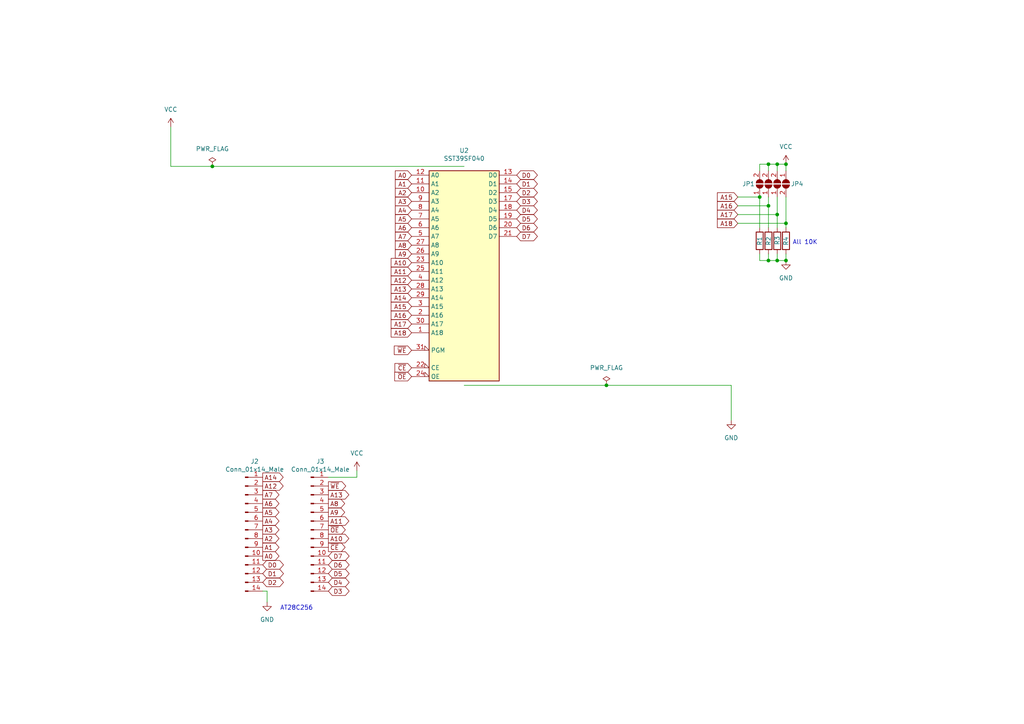
<source format=kicad_sch>
(kicad_sch (version 20230121) (generator eeschema)
  (paper "A4")
  (title_block (title "AT28C to SST Adapter") (date "2023-12-21") (rev "0") (company "The Really Old-School Company Ltd") (comment 1 "Copyright 2023; CERN OHL") (comment 2 "@roscopeco"))
  (lib_symbols
    (symbol "Device:R" (pin_numbers hide) (pin_names (offset 0))
      (property "Reference" "R" (at 2.032 0 90))
      (property "Value" "R" (at 0 0 90))
      (symbol "R_0_1"
        (rectangle (start -1.016 -2.54) (end 1.016 2.54) (stroke (width 0.254)))
      )
      (symbol "R_1_1"
        (pin passive line (at 0 3.81 270) (length 1.27) (name "~") (number "1"))
        (pin passive line (at 0 -3.81 90) (length 1.27) (name "~") (number "2"))
      )
    )
    (symbol "Jumper:SolderJumper_2_Open" (pin_names (offset 0) hide)
      (property "Reference" "JP" (at 0 2.032 0))
      (property "Value" "SolderJumper_2_Open" (at 0 -2.54 0))
      (symbol "SolderJumper_2_Open_0_1"
        (arc (start -0.254 1.016) (mid -1.2656 0) (end -0.254 -1.016))
        (arc (start -0.254 1.016) (mid -1.2656 0) (end -0.254 -1.016) (fill (type outline)))
        (polyline (pts (xy -0.254 1.016) (xy -0.254 -1.016)))
        (polyline (pts (xy 0.254 1.016) (xy 0.254 -1.016)))
        (arc (start 0.254 -1.016) (mid 1.2656 0) (end 0.254 1.016))
        (arc (start 0.254 -1.016) (mid 1.2656 0) (end 0.254 1.016) (fill (type outline)))
      )
      (symbol "SolderJumper_2_Open_1_1"
        (pin passive line (at -3.81 0 0) (length 2.54) (name "A") (number "1"))
        (pin passive line (at 3.81 0 180) (length 2.54) (name "B") (number "2"))
      )
    )
    (symbol "flash-rom-expansion-rescue:Conn_01x14_Male-Connector" (pin_names (offset 1.016) hide)
      (property "Reference" "J" (at 0 17.78 0))
      (property "Value" "Connector_Conn_01x14_Male" (at 0 -20.32 0))
      (symbol "Conn_01x14_Male-Connector_1_1"
        (polyline (pts (xy 1.27 -17.78) (xy 0.8636 -17.78)) (stroke (width 0.1524)))
        (polyline (pts (xy 1.27 -15.24) (xy 0.8636 -15.24)) (stroke (width 0.1524)))
        (polyline (pts (xy 1.27 -12.7) (xy 0.8636 -12.7)) (stroke (width 0.1524)))
        (polyline (pts (xy 1.27 -10.16) (xy 0.8636 -10.16)) (stroke (width 0.1524)))
        (polyline (pts (xy 1.27 -7.62) (xy 0.8636 -7.62)) (stroke (width 0.1524)))
        (polyline (pts (xy 1.27 -5.08) (xy 0.8636 -5.08)) (stroke (width 0.1524)))
        (polyline (pts (xy 1.27 -2.54) (xy 0.8636 -2.54)) (stroke (width 0.1524)))
        (polyline (pts (xy 1.27 0) (xy 0.8636 0)) (stroke (width 0.1524)))
        (polyline (pts (xy 1.27 2.54) (xy 0.8636 2.54)) (stroke (width 0.1524)))
        (polyline (pts (xy 1.27 5.08) (xy 0.8636 5.08)) (stroke (width 0.1524)))
        (polyline (pts (xy 1.27 7.62) (xy 0.8636 7.62)) (stroke (width 0.1524)))
        (polyline (pts (xy 1.27 10.16) (xy 0.8636 10.16)) (stroke (width 0.1524)))
        (polyline (pts (xy 1.27 12.7) (xy 0.8636 12.7)) (stroke (width 0.1524)))
        (polyline (pts (xy 1.27 15.24) (xy 0.8636 15.24)) (stroke (width 0.1524)))
        (rectangle (start 0.8636 -17.653) (end 0 -17.907) (stroke (width 0.1524)) (fill (type outline)))
        (rectangle (start 0.8636 -15.113) (end 0 -15.367) (stroke (width 0.1524)) (fill (type outline)))
        (rectangle (start 0.8636 -12.573) (end 0 -12.827) (stroke (width 0.1524)) (fill (type outline)))
        (rectangle (start 0.8636 -10.033) (end 0 -10.287) (stroke (width 0.1524)) (fill (type outline)))
        (rectangle (start 0.8636 -7.493) (end 0 -7.747) (stroke (width 0.1524)) (fill (type outline)))
        (rectangle (start 0.8636 -4.953) (end 0 -5.207) (stroke (width 0.1524)) (fill (type outline)))
        (rectangle (start 0.8636 -2.413) (end 0 -2.667) (stroke (width 0.1524)) (fill (type outline)))
        (rectangle (start 0.8636 0.127) (end 0 -0.127) (stroke (width 0.1524)) (fill (type outline)))
        (rectangle (start 0.8636 2.667) (end 0 2.413) (stroke (width 0.1524)) (fill (type outline)))
        (rectangle (start 0.8636 5.207) (end 0 4.953) (stroke (width 0.1524)) (fill (type outline)))
        (rectangle (start 0.8636 7.747) (end 0 7.493) (stroke (width 0.1524)) (fill (type outline)))
        (rectangle (start 0.8636 10.287) (end 0 10.033) (stroke (width 0.1524)) (fill (type outline)))
        (rectangle (start 0.8636 12.827) (end 0 12.573) (stroke (width 0.1524)) (fill (type outline)))
        (rectangle (start 0.8636 15.367) (end 0 15.113) (stroke (width 0.1524)) (fill (type outline)))
        (pin passive line (at 5.08 15.24 180) (length 3.81) (name "Pin_1") (number "1"))
        (pin passive line (at 5.08 -7.62 180) (length 3.81) (name "Pin_10") (number "10"))
        (pin passive line (at 5.08 -10.16 180) (length 3.81) (name "Pin_11") (number "11"))
        (pin passive line (at 5.08 -12.7 180) (length 3.81) (name "Pin_12") (number "12"))
        (pin passive line (at 5.08 -15.24 180) (length 3.81) (name "Pin_13") (number "13"))
        (pin passive line (at 5.08 -17.78 180) (length 3.81) (name "Pin_14") (number "14"))
        (pin passive line (at 5.08 12.7 180) (length 3.81) (name "Pin_2") (number "2"))
        (pin passive line (at 5.08 10.16 180) (length 3.81) (name "Pin_3") (number "3"))
        (pin passive line (at 5.08 7.62 180) (length 3.81) (name "Pin_4") (number "4"))
        (pin passive line (at 5.08 5.08 180) (length 3.81) (name "Pin_5") (number "5"))
        (pin passive line (at 5.08 2.54 180) (length 3.81) (name "Pin_6") (number "6"))
        (pin passive line (at 5.08 0 180) (length 3.81) (name "Pin_7") (number "7"))
        (pin passive line (at 5.08 -2.54 180) (length 3.81) (name "Pin_8") (number "8"))
        (pin passive line (at 5.08 -5.08 180) (length 3.81) (name "Pin_9") (number "9"))
      )
    )
    (symbol "flash-rom-expansion-rescue:SST39SF040-Memory_Flash"
      (property "Reference" "U" (at 2.54 33.02 0))
      (property "Value" "Memory_Flash_SST39SF040" (at 0 -30.48 0))
      (symbol "SST39SF040-Memory_Flash_0_0"
        (pin power_in line (at 0 -30.48 90) (length 1.27) hide (name "GND") (number "16"))
        (pin power_in line (at 0 33.02 270) (length 1.27) hide (name "VCC") (number "32"))
      )
      (symbol "SST39SF040-Memory_Flash_0_1"
        (rectangle (start -10.16 31.75) (end 10.16 -29.21) (stroke (width 0.254)) (fill (type background)))
      )
      (symbol "SST39SF040-Memory_Flash_1_1"
        (pin input line (at -15.24 -15.24 0) (length 5.08) (name "A18") (number "1"))
        (pin input line (at -15.24 25.4 0) (length 5.08) (name "A2") (number "10"))
        (pin input line (at -15.24 27.94 0) (length 5.08) (name "A1") (number "11"))
        (pin input line (at -15.24 30.48 0) (length 5.08) (name "A0") (number "12"))
        (pin tri_state line (at 15.24 30.48 180) (length 5.08) (name "D0") (number "13"))
        (pin tri_state line (at 15.24 27.94 180) (length 5.08) (name "D1") (number "14"))
        (pin tri_state line (at 15.24 25.4 180) (length 5.08) (name "D2") (number "15"))
        (pin tri_state line (at 15.24 22.86 180) (length 5.08) (name "D3") (number "17"))
        (pin tri_state line (at 15.24 20.32 180) (length 5.08) (name "D4") (number "18"))
        (pin tri_state line (at 15.24 17.78 180) (length 5.08) (name "D5") (number "19"))
        (pin input line (at -15.24 -10.16 0) (length 5.08) (name "A16") (number "2"))
        (pin tri_state line (at 15.24 15.24 180) (length 5.08) (name "D6") (number "20"))
        (pin tri_state line (at 15.24 12.7 180) (length 5.08) (name "D7") (number "21"))
        (pin input input_low (at -15.24 -25.4 0) (length 5.08) (name "CE") (number "22"))
        (pin input line (at -15.24 5.08 0) (length 5.08) (name "A10") (number "23"))
        (pin input input_low (at -15.24 -27.94 0) (length 5.08) (name "OE") (number "24"))
        (pin input line (at -15.24 2.54 0) (length 5.08) (name "A11") (number "25"))
        (pin input line (at -15.24 7.62 0) (length 5.08) (name "A9") (number "26"))
        (pin input line (at -15.24 10.16 0) (length 5.08) (name "A8") (number "27"))
        (pin input line (at -15.24 -2.54 0) (length 5.08) (name "A13") (number "28"))
        (pin input line (at -15.24 -5.08 0) (length 5.08) (name "A14") (number "29"))
        (pin input line (at -15.24 -7.62 0) (length 5.08) (name "A15") (number "3"))
        (pin input line (at -15.24 -12.7 0) (length 5.08) (name "A17") (number "30"))
        (pin input input_low (at -15.24 -20.32 0) (length 5.08) (name "PGM") (number "31"))
        (pin input line (at -15.24 0 0) (length 5.08) (name "A12") (number "4"))
        (pin input line (at -15.24 12.7 0) (length 5.08) (name "A7") (number "5"))
        (pin input line (at -15.24 15.24 0) (length 5.08) (name "A6") (number "6"))
        (pin input line (at -15.24 17.78 0) (length 5.08) (name "A5") (number "7"))
        (pin input line (at -15.24 20.32 0) (length 5.08) (name "A4") (number "8"))
        (pin input line (at -15.24 22.86 0) (length 5.08) (name "A3") (number "9"))
      )
    )
    (symbol "power:GND" (power) (pin_names (offset 0))
      (property "Value" "GND" (at 0 -3.81 0))
      (symbol "GND_0_1"
        (polyline (pts (xy 0 0) (xy 0 -1.27) (xy 1.27 -1.27) (xy 0 -2.54) (xy -1.27 -1.27) (xy 0 -1.27)))
      )
      (symbol "GND_1_1"
        (pin power_in line (at 0 0 270) (length 0) hide (name "GND") (number "1"))
      )
    )
    (symbol "power:PWR_FLAG" (power) (pin_numbers hide) (pin_names (offset 0) hide)
      (property "Value" "PWR_FLAG" (at 0 3.81 0))
      (symbol "PWR_FLAG_0_0"
        (pin power_out line (at 0 0 90) (length 0) (name "pwr") (number "1"))
      )
      (symbol "PWR_FLAG_0_1"
        (polyline (pts (xy 0 0) (xy 0 1.27) (xy -1.016 1.905) (xy 0 2.54) (xy 1.016 1.905) (xy 0 1.27)))
      )
    )
    (symbol "power:VCC" (power) (pin_names (offset 0))
      (property "Value" "VCC" (at 0 3.81 0))
      (symbol "VCC_0_1"
        (polyline (pts (xy -0.762 1.27) (xy 0 2.54)))
        (polyline (pts (xy 0 0) (xy 0 2.54)))
        (polyline (pts (xy 0 2.54) (xy 0.762 1.27)))
      )
      (symbol "VCC_1_1"
        (pin power_in line (at 0 0 90) (length 0) hide (name "VCC") (number "1"))
      )
    )
  )
  (junction (at 227.965 64.77))
  (junction (at 227.965 75.565))
  (junction (at 225.425 75.565))
  (junction (at 227.965 47.625))
  (junction (at 222.885 47.625))
  (junction (at 220.345 57.15))
  (junction (at 225.425 62.23))
  (junction (at 222.885 59.69))
  (junction (at 61.595 48.26))
  (junction (at 225.425 47.625))
  (junction (at 222.885 75.565))
  (junction (at 175.895 111.76))
  (wire (pts (xy 227.965 73.66) (xy 227.965 75.565)))
  (wire (pts (xy 77.47 171.45) (xy 77.47 174.625)))
  (wire (pts (xy 213.995 59.69) (xy 222.885 59.69)))
  (wire (pts (xy 213.995 57.15) (xy 220.345 57.15)))
  (wire (pts (xy 225.425 75.565) (xy 227.965 75.565)))
  (wire (pts (xy 222.885 57.15) (xy 222.885 59.69)))
  (wire (pts (xy 220.345 57.15) (xy 220.345 66.04)))
  (wire (pts (xy 175.895 111.76) (xy 212.09 111.76)))
  (wire (pts (xy 227.965 64.77) (xy 227.965 66.04)))
  (wire (pts (xy 222.885 75.565) (xy 225.425 75.565)))
  (wire (pts (xy 49.53 48.26) (xy 49.53 36.83)))
  (wire (pts (xy 103.505 138.43) (xy 103.505 136.525)))
  (wire (pts (xy 134.62 111.76) (xy 175.895 111.76)))
  (wire (pts (xy 49.53 48.26) (xy 61.595 48.26)))
  (wire (pts (xy 227.965 47.625) (xy 227.965 49.53)))
  (wire (pts (xy 220.345 47.625) (xy 222.885 47.625)))
  (wire (pts (xy 212.09 111.76) (xy 212.09 121.92)))
  (wire (pts (xy 220.345 75.565) (xy 222.885 75.565)))
  (wire (pts (xy 76.2 171.45) (xy 77.47 171.45)))
  (wire (pts (xy 220.345 73.66) (xy 220.345 75.565)))
  (wire (pts (xy 222.885 73.66) (xy 222.885 75.565)))
  (wire (pts (xy 222.885 59.69) (xy 222.885 66.04)))
  (wire (pts (xy 225.425 57.15) (xy 225.425 62.23)))
  (wire (pts (xy 213.995 62.23) (xy 225.425 62.23)))
  (wire (pts (xy 227.965 57.15) (xy 227.965 64.77)))
  (wire (pts (xy 213.995 64.77) (xy 227.965 64.77)))
  (wire (pts (xy 61.595 48.26) (xy 134.62 48.26)))
  (wire (pts (xy 225.425 62.23) (xy 225.425 66.04)))
  (wire (pts (xy 225.425 47.625) (xy 225.425 49.53)))
  (wire (pts (xy 222.885 47.625) (xy 222.885 49.53)))
  (wire (pts (xy 225.425 47.625) (xy 227.965 47.625)))
  (wire (pts (xy 222.885 47.625) (xy 225.425 47.625)))
  (wire (pts (xy 95.25 138.43) (xy 103.505 138.43)))
  (wire (pts (xy 225.425 73.66) (xy 225.425 75.565)))
  (wire (pts (xy 220.345 47.625) (xy 220.345 49.53)))
  (text "AT28C256" (at 90.805 177.165 0) (effects (font (size 1.27 1.27)) (justify right bottom)))
  (text "All 10K" (at 229.87 71.12 0) (effects (font (size 1.27 1.27)) (justify left bottom)))
  (global_label "A9" (shape input) (at 119.38 73.66 180) (property "Intersheetrefs" "${INTERSHEET_REFS}" (effects hide)))
  (global_label "A6" (shape input) (at 119.38 66.04 180) (property "Intersheetrefs" "${INTERSHEET_REFS}" (effects hide)))
  (global_label "A7" (shape input) (at 119.38 68.58 180) (property "Intersheetrefs" "${INTERSHEET_REFS}" (effects hide)))
  (global_label "A15" (shape input) (at 119.38 88.9 180) (property "Intersheetrefs" "${INTERSHEET_REFS}" (effects hide)))
  (global_label "D4" (shape bidirectional) (at 149.86 60.96 0) (property "Intersheetrefs" "${INTERSHEET_REFS}" (effects hide)))
  (global_label "A0" (shape output) (at 76.2 161.29 0) (property "Intersheetrefs" "${INTERSHEET_REFS}" (effects hide)))
  (global_label "A2" (shape input) (at 119.38 55.88 180) (property "Intersheetrefs" "${INTERSHEET_REFS}" (effects hide)))
  (global_label "D0" (shape bidirectional) (at 76.2 163.83 0) (property "Intersheetrefs" "${INTERSHEET_REFS}" (effects hide)))
  (global_label "A1" (shape output) (at 76.2 158.75 0) (property "Intersheetrefs" "${INTERSHEET_REFS}" (effects hide)))
  (global_label "A16" (shape input) (at 213.995 59.69 180) (property "Intersheetrefs" "${INTERSHEET_REFS}" (effects hide)))
  (global_label "D2" (shape bidirectional) (at 76.2 168.91 0) (property "Intersheetrefs" "${INTERSHEET_REFS}" (effects hide)))
  (global_label "A5" (shape input) (at 119.38 63.5 180) (property "Intersheetrefs" "${INTERSHEET_REFS}" (effects hide)))
  (global_label "D3" (shape bidirectional) (at 149.86 58.42 0) (property "Intersheetrefs" "${INTERSHEET_REFS}" (effects hide)))
  (global_label "A0" (shape input) (at 119.38 50.8 180) (property "Intersheetrefs" "${INTERSHEET_REFS}" (effects hide)))
  (global_label "~{OE}" (shape input) (at 119.38 109.22 180) (property "Intersheetrefs" "${INTERSHEET_REFS}" (effects hide)))
  (global_label "A8" (shape input) (at 119.38 71.12 180) (property "Intersheetrefs" "${INTERSHEET_REFS}" (effects hide)))
  (global_label "~{OE}" (shape output) (at 95.25 153.67 0) (property "Intersheetrefs" "${INTERSHEET_REFS}" (effects hide)))
  (global_label "D5" (shape bidirectional) (at 149.86 63.5 0) (property "Intersheetrefs" "${INTERSHEET_REFS}" (effects hide)))
  (global_label "D7" (shape bidirectional) (at 149.86 68.58 0) (property "Intersheetrefs" "${INTERSHEET_REFS}" (effects hide)))
  (global_label "A5" (shape output) (at 76.2 148.59 0) (property "Intersheetrefs" "${INTERSHEET_REFS}" (effects hide)))
  (global_label "A1" (shape input) (at 119.38 53.34 180) (property "Intersheetrefs" "${INTERSHEET_REFS}" (effects hide)))
  (global_label "A7" (shape output) (at 76.2 143.51 0) (property "Intersheetrefs" "${INTERSHEET_REFS}" (effects hide)))
  (global_label "A15" (shape input) (at 213.995 57.15 180) (property "Intersheetrefs" "${INTERSHEET_REFS}" (effects hide)))
  (global_label "A16" (shape input) (at 119.38 91.44 180) (property "Intersheetrefs" "${INTERSHEET_REFS}" (effects hide)))
  (global_label "A14" (shape input) (at 119.38 86.36 180) (property "Intersheetrefs" "${INTERSHEET_REFS}" (effects hide)))
  (global_label "A11" (shape output) (at 95.25 151.13 0) (property "Intersheetrefs" "${INTERSHEET_REFS}" (effects hide)))
  (global_label "A4" (shape output) (at 76.2 151.13 0) (property "Intersheetrefs" "${INTERSHEET_REFS}" (effects hide)))
  (global_label "D1" (shape bidirectional) (at 149.86 53.34 0) (property "Intersheetrefs" "${INTERSHEET_REFS}" (effects hide)))
  (global_label "D0" (shape bidirectional) (at 149.86 50.8 0) (property "Intersheetrefs" "${INTERSHEET_REFS}" (effects hide)))
  (global_label "~{WE}" (shape input) (at 119.38 101.6 180) (property "Intersheetrefs" "${INTERSHEET_REFS}" (effects hide)))
  (global_label "A17" (shape input) (at 119.38 93.98 180) (property "Intersheetrefs" "${INTERSHEET_REFS}" (effects hide)))
  (global_label "A3" (shape input) (at 119.38 58.42 180) (property "Intersheetrefs" "${INTERSHEET_REFS}" (effects hide)))
  (global_label "D2" (shape bidirectional) (at 149.86 55.88 0) (property "Intersheetrefs" "${INTERSHEET_REFS}" (effects hide)))
  (global_label "A13" (shape output) (at 95.25 143.51 0) (property "Intersheetrefs" "${INTERSHEET_REFS}" (effects hide)))
  (global_label "A12" (shape output) (at 76.2 140.97 0) (property "Intersheetrefs" "${INTERSHEET_REFS}" (effects hide)))
  (global_label "A2" (shape output) (at 76.2 156.21 0) (property "Intersheetrefs" "${INTERSHEET_REFS}" (effects hide)))
  (global_label "A18" (shape input) (at 119.38 96.52 180) (property "Intersheetrefs" "${INTERSHEET_REFS}" (effects hide)))
  (global_label "~{CE}" (shape input) (at 119.38 106.68 180) (property "Intersheetrefs" "${INTERSHEET_REFS}" (effects hide)))
  (global_label "~{WE}" (shape output) (at 95.25 140.97 0) (property "Intersheetrefs" "${INTERSHEET_REFS}" (effects hide)))
  (global_label "A18" (shape input) (at 213.995 64.77 180) (property "Intersheetrefs" "${INTERSHEET_REFS}" (effects hide)))
  (global_label "A13" (shape input) (at 119.38 83.82 180) (property "Intersheetrefs" "${INTERSHEET_REFS}" (effects hide)))
  (global_label "D5" (shape bidirectional) (at 95.25 166.37 0) (property "Intersheetrefs" "${INTERSHEET_REFS}" (effects hide)))
  (global_label "D6" (shape bidirectional) (at 149.86 66.04 0) (property "Intersheetrefs" "${INTERSHEET_REFS}" (effects hide)))
  (global_label "A9" (shape output) (at 95.25 148.59 0) (property "Intersheetrefs" "${INTERSHEET_REFS}" (effects hide)))
  (global_label "A4" (shape input) (at 119.38 60.96 180) (property "Intersheetrefs" "${INTERSHEET_REFS}" (effects hide)))
  (global_label "A10" (shape input) (at 119.38 76.2 180) (property "Intersheetrefs" "${INTERSHEET_REFS}" (effects hide)))
  (global_label "A10" (shape output) (at 95.25 156.21 0) (property "Intersheetrefs" "${INTERSHEET_REFS}" (effects hide)))
  (global_label "A14" (shape output) (at 76.2 138.43 0) (property "Intersheetrefs" "${INTERSHEET_REFS}" (effects hide)))
  (global_label "A17" (shape input) (at 213.995 62.23 180) (property "Intersheetrefs" "${INTERSHEET_REFS}" (effects hide)))
  (global_label "A12" (shape input) (at 119.38 81.28 180) (property "Intersheetrefs" "${INTERSHEET_REFS}" (effects hide)))
  (global_label "~{CE}" (shape output) (at 95.25 158.75 0) (property "Intersheetrefs" "${INTERSHEET_REFS}" (effects hide)))
  (global_label "A8" (shape output) (at 95.25 146.05 0) (property "Intersheetrefs" "${INTERSHEET_REFS}" (effects hide)))
  (global_label "D1" (shape bidirectional) (at 76.2 166.37 0) (property "Intersheetrefs" "${INTERSHEET_REFS}" (effects hide)))
  (global_label "A11" (shape input) (at 119.38 78.74 180) (property "Intersheetrefs" "${INTERSHEET_REFS}" (effects hide)))
  (global_label "A6" (shape output) (at 76.2 146.05 0) (property "Intersheetrefs" "${INTERSHEET_REFS}" (effects hide)))
  (global_label "D7" (shape bidirectional) (at 95.25 161.29 0) (property "Intersheetrefs" "${INTERSHEET_REFS}" (effects hide)))
  (global_label "A3" (shape output) (at 76.2 153.67 0) (property "Intersheetrefs" "${INTERSHEET_REFS}" (effects hide)))
  (global_label "D4" (shape bidirectional) (at 95.25 168.91 0) (property "Intersheetrefs" "${INTERSHEET_REFS}" (effects hide)))
  (global_label "D3" (shape bidirectional) (at 95.25 171.45 0) (property "Intersheetrefs" "${INTERSHEET_REFS}" (effects hide)))
  (global_label "D6" (shape bidirectional) (at 95.25 163.83 0) (property "Intersheetrefs" "${INTERSHEET_REFS}" (effects hide)))
  (symbol (lib_id "flash-rom-expansion-rescue:SST39SF040-Memory_Flash") (at 134.62 81.28 0) (unit 1)
    (property "Reference" "U2" (at 134.62 43.6626 0))
    (property "Value" "SST39SF040" (at 134.62 45.974 0))
    (property "Footprint" "Package_DIP:DIP-32_W15.24mm_LongPads" (effects hide))
    (property "Datasheet" "http://ww1.microchip.com/downloads/en/DeviceDoc/25022B.pdf" (effects hide))
  )
  (symbol (lib_id "flash-rom-expansion-rescue:Conn_01x14_Male-Connector") (at 90.17 153.67 0) (unit 1)
    (property "Reference" "J3" (at 92.9132 133.8326 0))
    (property "Value" "Conn_01x14_Male" (at 92.9132 136.144 0))
    (property "Footprint" "Connector_PinHeader_2.54mm:PinHeader_1x14_P2.54mm_Vertical" (effects hide))
  )
  (symbol (lib_id "flash-rom-expansion-rescue:Conn_01x14_Male-Connector") (at 71.12 153.67 0) (unit 1)
    (property "Reference" "J2" (at 73.8632 133.8326 0))
    (property "Value" "Conn_01x14_Male" (at 73.8632 136.144 0))
    (property "Footprint" "Connector_PinHeader_2.54mm:PinHeader_1x14_P2.54mm_Vertical" (effects hide))
  )
  (symbol (lib_id "power:GND") (at 212.09 121.92 0) (unit 1)
    (property "Reference" "#PWR02" (effects hide))
    (property "Value" "GND" (at 212.09 127 0))
  )
  (symbol (lib_id "Jumper:SolderJumper_2_Open") (at 227.965 53.34 270) (unit 1)
    (property "Reference" "JP4" (at 233.045 53.34 90) (effects (justify right)))
    (property "Value" "SolderJumper_2_Open" (effects hide))
    (property "Footprint" "Jumper:SolderJumper-2_P1.3mm_Open_RoundedPad1.0x1.5mm" (effects hide))
  )
  (symbol (lib_id "Device:R") (at 222.885 69.85 180) (unit 1)
    (property "Reference" "R2" (at 222.885 68.58 90) (effects (justify left)))
    (property "Value" "10K" (effects hide))
    (property "Footprint" "Resistor_SMD:R_0805_2012Metric" (effects hide))
  )
  (symbol (lib_id "power:VCC") (at 103.505 136.525 0) (unit 1)
    (property "Reference" "#PWR04" (effects hide))
    (property "Value" "VCC" (at 103.505 131.445 0))
  )
  (symbol (lib_id "Device:R") (at 227.965 69.85 180) (unit 1)
    (property "Reference" "R4" (at 227.965 68.58 90) (effects (justify left)))
    (property "Value" "10K" (effects hide))
    (property "Footprint" "Resistor_SMD:R_0805_2012Metric" (effects hide))
  )
  (symbol (lib_id "power:GND") (at 77.47 174.625 0) (unit 1)
    (property "Reference" "#PWR03" (effects hide))
    (property "Value" "GND" (at 77.47 179.705 0))
  )
  (symbol (lib_id "Jumper:SolderJumper_2_Open") (at 225.425 53.34 90) (unit 1)
    (property "Reference" "JP3" (effects hide))
    (property "Value" "SolderJumper_2_Open" (effects hide))
    (property "Footprint" "Jumper:SolderJumper-2_P1.3mm_Open_RoundedPad1.0x1.5mm" (effects hide))
  )
  (symbol (lib_id "power:GND") (at 227.965 75.565 0) (unit 1)
    (property "Reference" "#PWR06" (effects hide))
    (property "Value" "GND" (at 227.965 80.645 0))
  )
  (symbol (lib_id "Device:R") (at 220.345 69.85 180) (unit 1)
    (property "Reference" "R1" (at 220.345 68.58 90) (effects (justify left)))
    (property "Value" "10K" (effects hide))
    (property "Footprint" "Resistor_SMD:R_0805_2012Metric" (effects hide))
  )
  (symbol (lib_id "Device:R") (at 225.425 69.85 0) (unit 1)
    (property "Reference" "R3" (at 225.425 71.12 90) (effects (justify left)))
    (property "Value" "10K" (effects hide))
    (property "Footprint" "Resistor_SMD:R_0805_2012Metric" (effects hide))
  )
  (symbol (lib_id "Jumper:SolderJumper_2_Open") (at 222.885 53.34 90) (unit 1)
    (property "Reference" "JP2" (effects hide))
    (property "Value" "SolderJumper_2_Open" (effects hide))
    (property "Footprint" "Jumper:SolderJumper-2_P1.3mm_Open_RoundedPad1.0x1.5mm" (effects hide))
  )
  (symbol (lib_id "Jumper:SolderJumper_2_Open") (at 220.345 53.34 90) (unit 1)
    (property "Reference" "JP1" (at 215.265 53.34 90) (effects (justify right)))
    (property "Value" "SolderJumper_2_Open" (effects hide))
    (property "Footprint" "Jumper:SolderJumper-2_P1.3mm_Open_RoundedPad1.0x1.5mm" (effects hide))
  )
  (symbol (lib_id "power:PWR_FLAG") (at 61.595 48.26 0) (unit 1)
    (property "Reference" "#FLG01" (effects hide))
    (property "Value" "PWR_FLAG" (at 61.595 43.18 0))
  )
  (symbol (lib_id "power:PWR_FLAG") (at 175.895 111.76 0) (unit 1)
    (property "Reference" "#FLG02" (effects hide))
    (property "Value" "PWR_FLAG" (at 175.895 106.68 0))
  )
  (symbol (lib_id "power:VCC") (at 49.53 36.83 0) (unit 1)
    (property "Reference" "#PWR01" (effects hide))
    (property "Value" "VCC" (at 49.53 31.75 0))
  )
  (symbol (lib_id "power:VCC") (at 227.965 47.625 0) (unit 1)
    (property "Reference" "#PWR05" (effects hide))
    (property "Value" "VCC" (at 227.965 42.545 0))
  )
)
</source>
